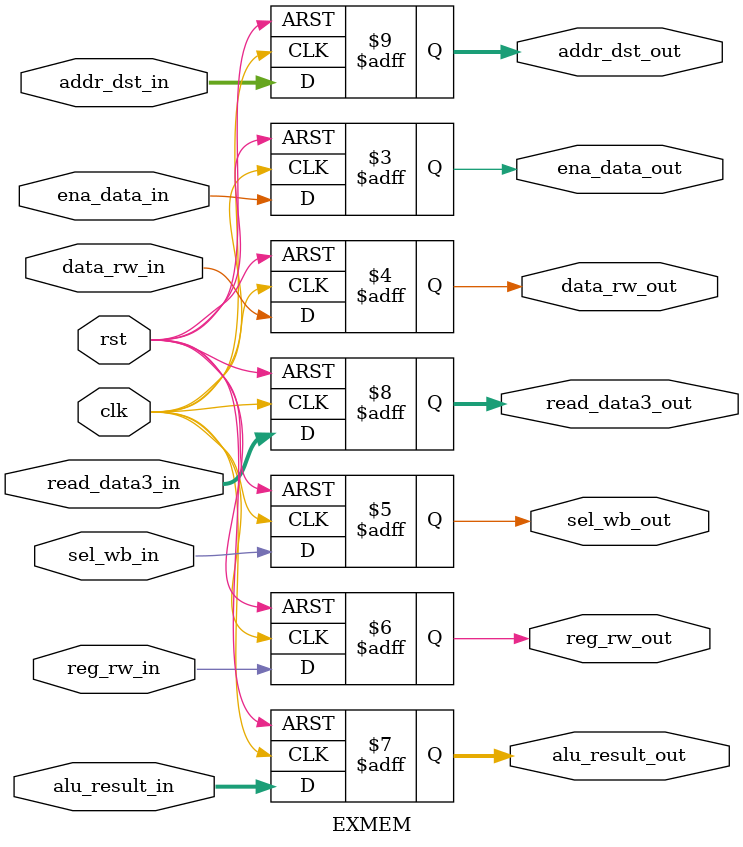
<source format=v>
`timescale 1ns/10ps
module EXMEM(ena_data_out, data_rw_out, sel_wb_out, reg_rw_out, alu_result_out, read_data3_out, addr_dst_out
			, ena_data_in, data_rw_in, sel_wb_in, reg_rw_in, alu_result_in, read_data3_in, addr_dst_in, clk, rst);

input ena_data_in;
input data_rw_in;
input sel_wb_in;
input reg_rw_in;
input [31:0] alu_result_in;
input [31:0] read_data3_in;

input [4:0] addr_dst_in;
input clk;
input rst;


output reg	ena_data_out;
output reg	data_rw_out;
output reg	sel_wb_out;
output reg	reg_rw_out;
output reg	[31:0] alu_result_out;
output reg	[31:0] read_data3_out;

output reg	[4:0] addr_dst_out;

always @ (posedge clk or negedge rst)
begin
	if (!rst) begin
		ena_data_out = 0;
		data_rw_out = 0;
		sel_wb_out = 0;
		reg_rw_out = 0;
		alu_result_out = 32'd0;
		read_data3_out = 32'd0;
		
		addr_dst_out = 5'd0;
		end
	else begin

		ena_data_out = ena_data_in;
		data_rw_out = data_rw_in;
		sel_wb_out = sel_wb_in;
		reg_rw_out = reg_rw_in;
		alu_result_out = alu_result_in;
		read_data3_out = read_data3_in;
		
		addr_dst_out = addr_dst_in;
		end
end


endmodule

</source>
